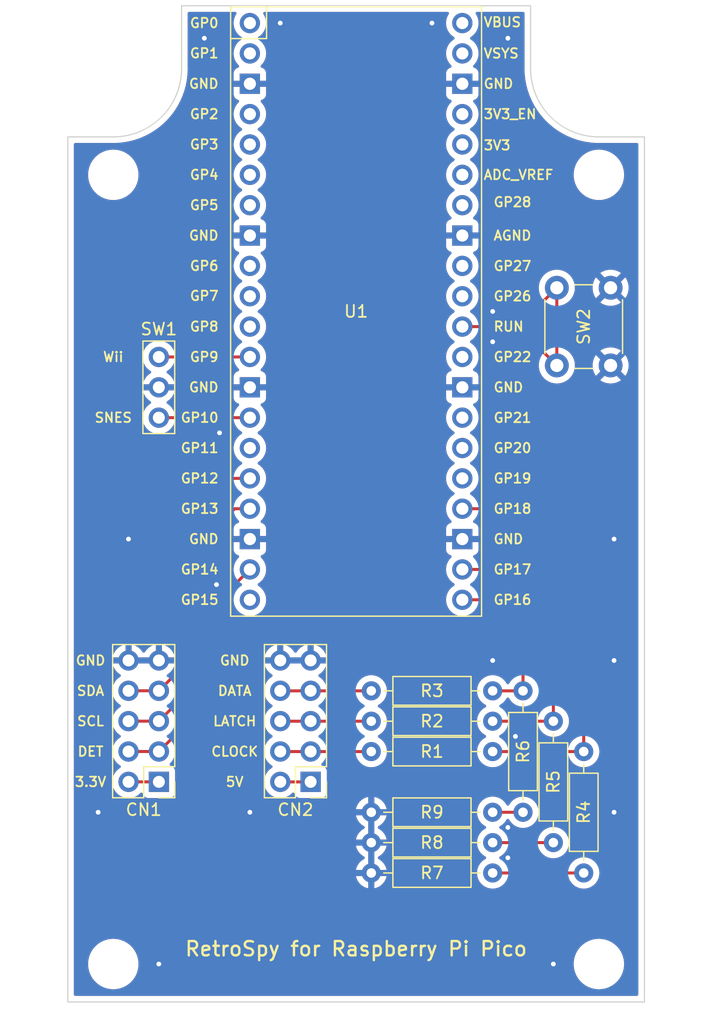
<source format=kicad_pcb>
(kicad_pcb (version 20211014) (generator pcbnew)
  (layers (0 "F.Cu" signal) (31 "B.Cu" signal) (34 "B.Paste" user) (35 "F.Paste" user) (36 "B.SilkS" user "B.Silkscreen") (37 "F.SilkS" user "F.Silkscreen") (38 "B.Mask" user) (39 "F.Mask" user) (44 "Edge.Cuts" user))
  (net 0 "")
  (net 1 "GND")
  (net 9 "Net-(SW1-Pad1)")
  (net 20 "Net-(CN1-Pad1)")
  (net 21 "Net-(R1-Pad2)")
  (net 22 "Net-(CN1-Pad3)")
  (net 23 "Net-(R2-Pad2)")
  (net 24 "Net-(CN1-Pad5)")
  (net 25 "Net-(R3-Pad2)")
  (net 26 "Net-(R4-Pad2)")
  (net 27 "Net-(R5-Pad2)")
  (net 28 "Net-(R6-Pad2)")
  (net 31 "Net-(CN1-Pad7)")
  (net 32 "Net-(CN2-Pad1)")
  (net 33 "Net-(CN2-Pad3)")
  (net 37 "Net-(CN2-Pad5)")
  (net 38 "Net-(CN2-Pad7)")
  (net 39 "Net-(SW1-Pad3)")
  (net 40 "Net-(SW2-Pad1)")
  (footprint "Button_Switch_THT:SW_PUSH_6mm" (layer "F.Cu") (at 152.69 69.29 90)
    (fp_text reference "SW2" (at 3.25 2.25 90) (layer "F.SilkS"))
    (fp_text value "SW_Push")
    (fp_line (start 5.5 -1) (end 1 -1) (layer "F.SilkS") (width 0.12))
    (fp_line (start 1 5.5) (end 5.5 5.5) (layer "F.SilkS") (width 0.12))
    (fp_line (start 6.75 3) (end 6.75 1.5) (layer "F.SilkS") (width 0.12))
    (fp_line (start -0.25 1.5) (end -0.25 3) (layer "F.SilkS") (width 0.12))
    (pad "1" thru_hole circle (at 6.5 0 180) (size 2 2) (drill 1.1) (layers *.Cu *.Mask) (net 40 "Net-(SW2-Pad1)"))
    (pad "1" thru_hole circle (at 0 0 180) (size 2 2) (drill 1.1) (layers *.Cu *.Mask) (net 40 "Net-(SW2-Pad1)"))
    (pad "2" thru_hole circle (at 6.5 4.5 180) (size 2 2) (drill 1.1) (layers *.Cu *.Mask) (net 1 "GND"))
    (pad "2" thru_hole circle (at 0 4.5 180) (size 2 2) (drill 1.1) (layers *.Cu *.Mask) (net 1 "GND"))
  )
  (footprint "Library:R_Axial_DIN0207_L6.3mm_D2.5mm_P10.16mm_Horizontal" (layer "F.Cu") (at 137.16 99.06)
    (fp_text reference "R2" (at 5.08 0) (layer "F.SilkS"))
    (fp_text value "10k")
    (fp_line (start 1.81 1.2) (end 8.35 1.2) (layer "F.SilkS") (width 0.12))
    (fp_line (start 1.81 -1.2) (end 1.81 1.2) (layer "F.SilkS") (width 0.12))
    (fp_line (start 9.12 0) (end 8.35 0) (layer "F.SilkS") (width 0.12))
    (fp_line (start 8.35 1.2) (end 8.35 -1.2) (layer "F.SilkS") (width 0.12))
    (fp_line (start 8.35 -1.2) (end 1.81 -1.2) (layer "F.SilkS") (width 0.12))
    (fp_line (start 1.04 0) (end 1.81 0) (layer "F.SilkS") (width 0.12))
    (pad "1" thru_hole circle (at 0 0) (size 1.6 1.6) (drill 0.8) (layers *.Cu *.Mask) (net 37 "Net-(CN2-Pad5)"))
    (pad "2" thru_hole oval (at 10.16 0) (size 1.6 1.6) (drill 0.8) (layers *.Cu *.Mask) (net 23 "Net-(R2-Pad2)"))
  )
  (footprint "Library:R_Axial_DIN0207_L6.3mm_D2.5mm_P10.16mm_Horizontal" (layer "F.Cu") (at 152.4 99.06 -90)
    (fp_text reference "R5" (at 5.08 0 -90) (layer "F.SilkS"))
    (fp_text value "10k")
    (fp_line (start 1.81 -1.2) (end 1.81 1.2) (layer "F.SilkS") (width 0.12))
    (fp_line (start 8.35 -1.2) (end 1.81 -1.2) (layer "F.SilkS") (width 0.12))
    (fp_line (start 1.81 1.2) (end 8.35 1.2) (layer "F.SilkS") (width 0.12))
    (fp_line (start 9.12 0) (end 8.35 0) (layer "F.SilkS") (width 0.12))
    (fp_line (start 8.35 1.2) (end 8.35 -1.2) (layer "F.SilkS") (width 0.12))
    (fp_line (start 1.04 0) (end 1.81 0) (layer "F.SilkS") (width 0.12))
    (pad "1" thru_hole circle (at 0 0 270) (size 1.6 1.6) (drill 0.8) (layers *.Cu *.Mask) (net 23 "Net-(R2-Pad2)"))
    (pad "2" thru_hole oval (at 10.16 0 270) (size 1.6 1.6) (drill 0.8) (layers *.Cu *.Mask) (net 27 "Net-(R5-Pad2)"))
  )
  (footprint "Library:R_Axial_DIN0207_L6.3mm_D2.5mm_P10.16mm_Horizontal" (layer "F.Cu") (at 147.32 106.68 180)
    (fp_text reference "R9" (at 5.08 0 180) (layer "F.SilkS"))
    (fp_text value "10k")
    (fp_line (start 1.81 1.2) (end 8.35 1.2) (layer "F.SilkS") (width 0.12))
    (fp_line (start 8.35 1.2) (end 8.35 -1.2) (layer "F.SilkS") (width 0.12))
    (fp_line (start 8.35 -1.2) (end 1.81 -1.2) (layer "F.SilkS") (width 0.12))
    (fp_line (start 1.04 0) (end 1.81 0) (layer "F.SilkS") (width 0.12))
    (fp_line (start 9.12 0) (end 8.35 0) (layer "F.SilkS") (width 0.12))
    (fp_line (start 1.81 -1.2) (end 1.81 1.2) (layer "F.SilkS") (width 0.12))
    (pad "1" thru_hole circle (at 0 0 180) (size 1.6 1.6) (drill 0.8) (layers *.Cu *.Mask) (net 28 "Net-(R6-Pad2)"))
    (pad "2" thru_hole oval (at 10.16 0 180) (size 1.6 1.6) (drill 0.8) (layers *.Cu *.Mask) (net 1 "GND"))
  )
  (footprint "Library:R_Axial_DIN0207_L6.3mm_D2.5mm_P10.16mm_Horizontal" (layer "F.Cu") (at 147.32 109.22 180)
    (fp_text reference "R8" (at 5.08 0 180) (layer "F.SilkS"))
    (fp_text value "10k")
    (fp_line (start 1.81 -1.2) (end 1.81 1.2) (layer "F.SilkS") (width 0.12))
    (fp_line (start 1.81 1.2) (end 8.35 1.2) (layer "F.SilkS") (width 0.12))
    (fp_line (start 8.35 1.2) (end 8.35 -1.2) (layer "F.SilkS") (width 0.12))
    (fp_line (start 8.35 -1.2) (end 1.81 -1.2) (layer "F.SilkS") (width 0.12))
    (fp_line (start 1.04 0) (end 1.81 0) (layer "F.SilkS") (width 0.12))
    (fp_line (start 9.12 0) (end 8.35 0) (layer "F.SilkS") (width 0.12))
    (pad "1" thru_hole circle (at 0 0 180) (size 1.6 1.6) (drill 0.8) (layers *.Cu *.Mask) (net 27 "Net-(R5-Pad2)"))
    (pad "2" thru_hole oval (at 10.16 0 180) (size 1.6 1.6) (drill 0.8) (layers *.Cu *.Mask) (net 1 "GND"))
  )
  (footprint "MountingHole:MountingHole_3.2mm_M3" (layer "F.Cu") (at 156.21 53.34)
    (fp_text reference "REF**" hide)
    (fp_text value "MountingHole_3.2mm_M3")
    (pad "" np_thru_hole circle (at 0 0) (size 3.2 3.2) (drill 3.2) (layers F&B.Cu *.Mask))
  )
  (footprint "Library:R_Axial_DIN0207_L6.3mm_D2.5mm_P10.16mm_Horizontal" (layer "F.Cu") (at 154.94 101.6 -90)
    (fp_text reference "R4" (at 5.08 0 -90) (layer "F.SilkS"))
    (fp_text value "10k")
    (fp_line (start 9.12 0) (end 8.35 0) (layer "F.SilkS") (width 0.12))
    (fp_line (start 1.04 0) (end 1.81 0) (layer "F.SilkS") (width 0.12))
    (fp_line (start 1.81 1.2) (end 8.35 1.2) (layer "F.SilkS") (width 0.12))
    (fp_line (start 8.35 1.2) (end 8.35 -1.2) (layer "F.SilkS") (width 0.12))
    (fp_line (start 1.81 -1.2) (end 1.81 1.2) (layer "F.SilkS") (width 0.12))
    (fp_line (start 8.35 -1.2) (end 1.81 -1.2) (layer "F.SilkS") (width 0.12))
    (pad "1" thru_hole circle (at 0 0 270) (size 1.6 1.6) (drill 0.8) (layers *.Cu *.Mask) (net 21 "Net-(R1-Pad2)"))
    (pad "2" thru_hole oval (at 10.16 0 270) (size 1.6 1.6) (drill 0.8) (layers *.Cu *.Mask) (net 26 "Net-(R4-Pad2)"))
  )
  (footprint "Library:RPi_Pico_SMD_TH" (layer "F.Cu") (at 135.89 64.77)
    (fp_text reference "U1" (at 0 0) (layer "F.SilkS"))
    (fp_text value "Raspberry Pi Pico")
    (fp_text user "GP15" (at -11.43 24.13) (layer "F.SilkS") (effects (font (size 0.8 0.8)) (justify right)))
    (fp_text user "3V3_EN" (at 10.6 -16.51) (layer "F.SilkS") (effects (font (size 0.8 0.8)) (justify left)))
    (fp_text user "GND" (at -11.43 19.05) (layer "F.SilkS") (effects (font (size 0.8 0.8)) (justify right)))
    (fp_text user "GND" (at -11.43 6.35) (layer "F.SilkS") (effects (font (size 0.8 0.8)) (justify right)))
    (fp_text user "3V3" (at 10.6 -13.9) (layer "F.SilkS") (effects (font (size 0.8 0.8)) (justify left)))
    (fp_text user "GP28" (at 11.43 -9.144) (layer "F.SilkS") (effects (font (size 0.8 0.8)) (justify left)))
    (fp_text user "VSYS" (at 10.6 -21.59) (layer "F.SilkS") (effects (font (size 0.8 0.8)) (justify left)))
    (fp_text user "GP4" (at -11.43 -11.43) (layer "F.SilkS") (effects (font (size 0.8 0.8)) (justify right)))
    (fp_text user "AGND" (at 11.43 -6.35) (layer "F.SilkS") (effects (font (size 0.8 0.8)) (justify left)))
    (fp_text user "GP6" (at -11.43 -3.81) (layer "F.SilkS") (effects (font (size 0.8 0.8)) (justify right)))
    (fp_text user "RUN" (at 11.43 1.27) (layer "F.SilkS") (effects (font (size 0.8 0.8)) (justify left)))
    (fp_text user "ADC_VREF" (at 10.6 -11.43) (layer "F.SilkS") (effects (font (size 0.8 0.8)) (justify left)))
    (fp_text user "GP11" (at -11.43 11.43) (layer "F.SilkS") (effects (font (size 0.8 0.8)) (justify right)))
    (fp_text user "GND" (at 11.43 6.35) (layer "F.SilkS") (effects (font (size 0.8 0.8)) (justify left)))
    (fp_text user "GP19" (at 11.43 13.97) (layer "F.SilkS") (effects (font (size 0.8 0.8)) (justify left)))
    (fp_text user "GP1" (at -11.43 -21.6) (layer "F.SilkS") (effects (font (size 0.8 0.8)) (justify right)))
    (fp_text user "GP8" (at -11.43 1.27) (layer "F.SilkS") (effects (font (size 0.8 0.8)) (justify right)))
    (fp_text user "VBUS" (at 10.6 -24.2) (layer "F.SilkS") (effects (font (size 0.8 0.8)) (justify left)))
    (fp_text user "GND" (at 10.6 -19.05) (layer "F.SilkS") (effects (font (size 0.8 0.8)) (justify left)))
    (fp_text user "GP27" (at 11.43 -3.8) (layer "F.SilkS") (effects (font (size 0.8 0.8)) (justify left)))
    (fp_text user "GP2" (at -11.43 -16.51) (layer "F.SilkS") (effects (font (size 0.8 0.8)) (justify right)))
    (fp_text user "GP12" (at -11.43 13.97) (layer "F.SilkS") (effects (font (size 0.8 0.8)) (justify right)))
    (fp_text user "GP16" (at 11.43 24.13) (layer "F.SilkS") (effects (font (size 0.8 0.8)) (justify left)))
    (fp_text user "GND" (at -11.43 -19.05) (layer "F.SilkS") (effects (font (size 0.8 0.8)) (justify right)))
    (fp_text user "GP10" (at -11.43 8.89) (layer "F.SilkS") (effects (font (size 0.8 0.8)) (justify right)))
    (fp_text user "GND" (at 11.43 19.05) (layer "F.SilkS") (effects (font (size 0.8 0.8)) (justify left)))
    (fp_text user "GP26" (at 11.43 -1.27) (layer "F.SilkS") (effects (font (size 0.8 0.8)) (justify left)))
    (fp_text user "GP17" (at 11.43 21.59) (layer "F.SilkS") (effects (font (size 0.8 0.8)) (justify left)))
    (fp_text user "GP20" (at 11.43 11.43) (layer "F.SilkS") (effects (font (size 0.8 0.8)) (justify left)))
    (fp_text user "GP14" (at -11.43 21.59) (layer "F.SilkS") (effects (font (size 0.8 0.8)) (justify right)))
    (fp_text user "GP3" (at -11.43 -13.97) (layer "F.SilkS") (effects (font (size 0.8 0.8)) (justify right)))
    (fp_text user "GP7" (at -11.43 -1.3) (layer "F.SilkS") (effects (font (size 0.8 0.8)) (justify right)))
    (fp_text user "GP5" (at -11.43 -8.89) (layer "F.SilkS") (effects (font (size 0.8 0.8)) (justify right)))
    (fp_text user "GP9" (at -11.43 3.81) (layer "F.SilkS") (effects (font (size 0.8 0.8)) (justify right)))
    (fp_text user "GP21" (at 11.43 8.9) (layer "F.SilkS") (effects (font (size 0.8 0.8)) (justify left)))
    (fp_text user "GP18" (at 11.43 16.51) (layer "F.SilkS") (effects (font (size 0.8 0.8)) (justify left)))
    (fp_text user "GP13" (at -11.43 16.51) (layer "F.SilkS") (effects (font (size 0.8 0.8)) (justify right)))
    (fp_text user "GP0" (at -11.43 -24.13) (layer "F.SilkS") (effects (font (size 0.8 0.8)) (justify right)))
    (fp_text user "GP22" (at 11.43 3.81) (layer "F.SilkS") (effects (font (size 0.8 0.8)) (justify left)))
    (fp_text user "GND" (at -11.43 -6.35) (layer "F.SilkS") (effects (font (size 0.8 0.8)) (justify right)))
    (fp_line (start -10.5 -22.833) (end -7.493 -22.833) (layer "F.SilkS") (width 0.12))
    (fp_line (start -10.5 -25.5) (end -10.5 25.5) (layer "F.SilkS") (width 0.12))
    (fp_line (start 10.5 25.5) (end -10.5 25.5) (layer "F.SilkS") (width 0.12))
    (fp_line (start 10.5 -25.5) (end 10.5 25.5) (layer "F.SilkS") (width 0.12))
    (fp_line (start -10.5 -25.5) (end 10.5 -25.5) (layer "F.SilkS") (width 0.12))
    (fp_line (start -7.493 -22.833) (end -7.493 -25.5) (layer "F.SilkS") (width 0.12))
    (pad "1" thru_hole oval (at -8.89 -24.13) (size 1.7 1.7) (drill 1.02) (layers *.Cu *.Mask))
    (pad "2" thru_hole oval (at -8.89 -21.59) (size 1.7 1.7) (drill 1.02) (layers *.Cu *.Mask))
    (pad "3" thru_hole rect (at -8.89 -19.05) (size 1.7 1.7) (drill 1.02) (layers *.Cu *.Mask) (net 1 "GND"))
    (pad "4" thru_hole oval (at -8.89 -16.51) (size 1.7 1.7) (drill 1.02) (layers *.Cu *.Mask))
    (pad "5" thru_hole oval (at -8.89 -13.97) (size 1.7 1.7) (drill 1.02) (layers *.Cu *.Mask))
    (pad "6" thru_hole oval (at -8.89 -11.43) (size 1.7 1.7) (drill 1.02) (layers *.Cu *.Mask))
    (pad "7" thru_hole oval (at -8.89 -8.89) (size 1.7 1.7) (drill 1.02) (layers *.Cu *.Mask))
    (pad "8" thru_hole rect (at -8.89 -6.35) (size 1.7 1.7) (drill 1.02) (layers *.Cu *.Mask) (net 1 "GND"))
    (pad "9" thru_hole oval (at -8.89 -3.81) (size 1.7 1.7) (drill 1.02) (layers *.Cu *.Mask))
    (pad "10" thru_hole oval (at -8.89 -1.27) (size 1.7 1.7) (drill 1.02) (layers *.Cu *.Mask))
    (pad "11" thru_hole oval (at -8.89 1.27) (size 1.7 1.7) (drill 1.02) (layers *.Cu *.Mask))
    (pad "12" thru_hole oval (at -8.89 3.81) (size 1.7 1.7) (drill 1.02) (layers *.Cu *.Mask) (net 9 "Net-(SW1-Pad1)"))
    (pad "13" thru_hole rect (at -8.89 6.35) (size 1.7 1.7) (drill 1.02) (layers *.Cu *.Mask) (net 1 "GND"))
    (pad "14" thru_hole oval (at -8.89 8.89) (size 1.7 1.7) (drill 1.02) (layers *.Cu *.Mask) (net 39 "Net-(SW1-Pad3)"))
    (pad "15" thru_hole oval (at -8.89 11.43) (size 1.7 1.7) (drill 1.02) (layers *.Cu *.Mask))
    (pad "16" thru_hole oval (at -8.89 13.97) (size 1.7 1.7) (drill 1.02) (layers *.Cu *.Mask) (net 31 "Net-(CN1-Pad7)"))
    (pad "17" thru_hole oval (at -8.89 16.51) (size 1.7 1.7) (drill 1.02) (layers *.Cu *.Mask) (net 24 "Net-(CN1-Pad5)"))
    (pad "18" thru_hole rect (at -8.89 19.05) (size 1.7 1.7) (drill 1.02) (layers *.Cu *.Mask) (net 1 "GND"))
    (pad "19" thru_hole oval (at -8.89 21.59) (size 1.7 1.7) (drill 1.02) (layers *.Cu *.Mask) (net 22 "Net-(CN1-Pad3)"))
    (pad "20" thru_hole oval (at -8.89 24.13) (size 1.7 1.7) (drill 1.02) (layers *.Cu *.Mask))
    (pad "21" thru_hole oval (at 8.89 24.13) (size 1.7 1.7) (drill 1.02) (layers *.Cu *.Mask) (net 25 "Net-(R3-Pad2)"))
    (pad "22" thru_hole oval (at 8.89 21.59) (size 1.7 1.7) (drill 1.02) (layers *.Cu *.Mask) (net 23 "Net-(R2-Pad2)"))
    (pad "23" thru_hole rect (at 8.89 19.05) (size 1.7 1.7) (drill 1.02) (layers *.Cu *.Mask) (net 1 "GND"))
    (pad "24" thru_hole oval (at 8.89 16.51) (size 1.7 1.7) (drill 1.02) (layers *.Cu *.Mask) (net 21 "Net-(R1-Pad2)"))
    (pad "25" thru_hole oval (at 8.89 13.97) (size 1.7 1.7) (drill 1.02) (layers *.Cu *.Mask))
    (pad "26" thru_hole oval (at 8.89 11.43) (size 1.7 1.7) (drill 1.02) (layers *.Cu *.Mask))
    (pad "27" thru_hole oval (at 8.89 8.89) (size 1.7 1.7) (drill 1.02) (layers *.Cu *.Mask))
    (pad "28" thru_hole rect (at 8.89 6.35) (size 1.7 1.7) (drill 1.02) (layers *.Cu *.Mask) (net 1 "GND"))
    (pad "29" thru_hole oval (at 8.89 3.81) (size 1.7 1.7) (drill 1.02) (layers *.Cu *.Mask))
    (pad "30" thru_hole oval (at 8.89 1.27) (size 1.7 1.7) (drill 1.02) (layers *.Cu *.Mask) (net 40 "Net-(SW2-Pad1)"))
    (pad "31" thru_hole oval (at 8.89 -1.27) (size 1.7 1.7) (drill 1.02) (layers *.Cu *.Mask))
    (pad "32" thru_hole oval (at 8.89 -3.81) (size 1.7 1.7) (drill 1.02) (layers *.Cu *.Mask))
    (pad "33" thru_hole rect (at 8.89 -6.35) (size 1.7 1.7) (drill 1.02) (layers *.Cu *.Mask) (net 1 "GND"))
    (pad "34" thru_hole oval (at 8.89 -8.89) (size 1.7 1.7) (drill 1.02) (layers *.Cu *.Mask))
    (pad "35" thru_hole oval (at 8.89 -11.43) (size 1.7 1.7) (drill 1.02) (layers *.Cu *.Mask))
    (pad "36" thru_hole oval (at 8.89 -13.97) (size 1.7 1.7) (drill 1.02) (layers *.Cu *.Mask))
    (pad "37" thru_hole oval (at 8.89 -16.51) (size 1.7 1.7) (drill 1.02) (layers *.Cu *.Mask))
    (pad "38" thru_hole rect (at 8.89 -19.05) (size 1.7 1.7) (drill 1.02) (layers *.Cu *.Mask) (net 1 "GND"))
    (pad "39" thru_hole oval (at 8.89 -21.59) (size 1.7 1.7) (drill 1.02) (layers *.Cu *.Mask))
    (pad "40" thru_hole oval (at 8.89 -24.13) (size 1.7 1.7) (drill 1.02) (layers *.Cu *.Mask))
  )
  (footprint "MountingHole:MountingHole_3.2mm_M3" (layer "F.Cu") (at 115.57 119.38)
    (fp_text reference "REF**" hide)
    (fp_text value "MountingHole_3.2mm_M3")
    (pad "" np_thru_hole circle (at 0 0) (size 3.2 3.2) (drill 3.2) (layers F&B.Cu *.Mask))
  )
  (footprint "MountingHole:MountingHole_3.2mm_M3" (layer "F.Cu") (at 156.21 119.38)
    (fp_text reference "REF**" hide)
    (fp_text value "MountingHole_3.2mm_M3")
    (pad "" np_thru_hole circle (at 0 0) (size 3.2 3.2) (drill 3.2) (layers F&B.Cu *.Mask))
  )
  (footprint "Connector_PinHeader_2.54mm:PinHeader_2x05_P2.54mm_Vertical" (layer "F.Cu") (at 132.085 104.135 180)
    (fp_text reference "CN2" (at 1.27 -2.33) (layer "F.SilkS"))
    (fp_text value "Conn_02x05_Row_Letter_First")
    (fp_line (start 1.27 -1.33) (end 3.87 -1.33) (layer "F.SilkS") (width 0.12))
    (fp_line (start -1.33 0) (end -1.33 -1.33) (layer "F.SilkS") (width 0.12))
    (fp_line (start -1.33 1.27) (end -1.33 11.49) (layer "F.SilkS") (width 0.12))
    (fp_line (start -1.33 1.27) (end 1.27 1.27) (layer "F.SilkS") (width 0.12))
    (fp_line (start 3.87 -1.33) (end 3.87 11.49) (layer "F.SilkS") (width 0.12))
    (fp_line (start -1.33 11.49) (end 3.87 11.49) (layer "F.SilkS") (width 0.12))
    (fp_line (start 1.27 1.27) (end 1.27 -1.33) (layer "F.SilkS") (width 0.12))
    (fp_line (start -1.33 -1.33) (end 0 -1.33) (layer "F.SilkS") (width 0.12))
    (pad "1" thru_hole rect (at 0 0 180) (size 1.7 1.7) (drill 1) (layers *.Cu *.Mask) (net 32 "Net-(CN2-Pad1)"))
    (pad "2" thru_hole oval (at 2.54 0 180) (size 1.7 1.7) (drill 1) (layers *.Cu *.Mask) (net 32 "Net-(CN2-Pad1)"))
    (pad "3" thru_hole oval (at 0 2.54 180) (size 1.7 1.7) (drill 1) (layers *.Cu *.Mask) (net 33 "Net-(CN2-Pad3)"))
    (pad "4" thru_hole oval (at 2.54 2.54 180) (size 1.7 1.7) (drill 1) (layers *.Cu *.Mask) (net 33 "Net-(CN2-Pad3)"))
    (pad "5" thru_hole oval (at 0 5.08 180) (size 1.7 1.7) (drill 1) (layers *.Cu *.Mask) (net 37 "Net-(CN2-Pad5)"))
    (pad "6" thru_hole oval (at 2.54 5.08 180) (size 1.7 1.7) (drill 1) (layers *.Cu *.Mask) (net 37 "Net-(CN2-Pad5)"))
    (pad "7" thru_hole oval (at 0 7.62 180) (size 1.7 1.7) (drill 1) (layers *.Cu *.Mask) (net 38 "Net-(CN2-Pad7)"))
    (pad "8" thru_hole oval (at 2.54 7.62 180) (size 1.7 1.7) (drill 1) (layers *.Cu *.Mask) (net 38 "Net-(CN2-Pad7)"))
    (pad "9" thru_hole oval (at 0 10.16 180) (size 1.7 1.7) (drill 1) (layers *.Cu *.Mask) (net 1 "GND"))
    (pad "10" thru_hole oval (at 2.54 10.16 180) (size 1.7 1.7) (drill 1) (layers *.Cu *.Mask) (net 1 "GND"))
  )
  (footprint "Library:PinHeader_1x03_P2.54mm_Vertical" (layer "F.Cu") (at 119.38 68.58)
    (fp_text reference "SW1" (at 0 -2.33) (layer "F.SilkS"))
    (fp_text value "SW_SPDT")
    (fp_line (start -1.33 -1.33) (end -1.33 6.41) (layer "F.SilkS") (width 0.12))
    (fp_line (start -1.33 -1.33) (end 1.33 -1.33) (layer "F.SilkS") (width 0.12))
    (fp_line (start -1.33 6.41) (end 1.33 6.41) (layer "F.SilkS") (width 0.12))
    (fp_line (start 1.33 -1.33) (end 1.33 6.41) (layer "F.SilkS") (width 0.12))
    (pad "1" thru_hole oval (at 0 0) (size 1.7 1.7) (drill 1) (layers *.Cu *.Mask) (net 9 "Net-(SW1-Pad1)"))
    (pad "2" thru_hole oval (at 0 2.54) (size 1.7 1.7) (drill 1) (layers *.Cu *.Mask) (net 1 "GND"))
    (pad "3" thru_hole oval (at 0 5.08) (size 1.7 1.7) (drill 1) (layers *.Cu *.Mask) (net 39 "Net-(SW1-Pad3)"))
  )
  (footprint "Library:R_Axial_DIN0207_L6.3mm_D2.5mm_P10.16mm_Horizontal" (layer "F.Cu") (at 149.86 96.52 -90)
    (fp_text reference "R6" (at 5.08 0 -90) (layer "F.SilkS"))
    (fp_text value "10k")
    (fp_line (start 8.35 -1.2) (end 1.81 -1.2) (layer "F.SilkS") (width 0.12))
    (fp_line (start 9.12 0) (end 8.35 0) (layer "F.SilkS") (width 0.12))
    (fp_line (start 8.35 1.2) (end 8.35 -1.2) (layer "F.SilkS") (width 0.12))
    (fp_line (start 1.04 0) (end 1.81 0) (layer "F.SilkS") (width 0.12))
    (fp_line (start 1.81 -1.2) (end 1.81 1.2) (layer "F.SilkS") (width 0.12))
    (fp_line (start 1.81 1.2) (end 8.35 1.2) (layer "F.SilkS") (width 0.12))
    (pad "1" thru_hole circle (at 0 0 270) (size 1.6 1.6) (drill 0.8) (layers *.Cu *.Mask) (net 25 "Net-(R3-Pad2)"))
    (pad "2" thru_hole oval (at 10.16 0 270) (size 1.6 1.6) (drill 0.8) (layers *.Cu *.Mask) (net 28 "Net-(R6-Pad2)"))
  )
  (footprint "Library:R_Axial_DIN0207_L6.3mm_D2.5mm_P10.16mm_Horizontal" (layer "F.Cu") (at 137.16 101.6)
    (fp_text reference "R1" (at 5.08 0) (layer "F.SilkS"))
    (fp_text value "10k")
    (fp_line (start 9.12 0) (end 8.35 0) (layer "F.SilkS") (width 0.12))
    (fp_line (start 1.04 0) (end 1.81 0) (layer "F.SilkS") (width 0.12))
    (fp_line (start 1.81 -1.2) (end 1.81 1.2) (layer "F.SilkS") (width 0.12))
    (fp_line (start 1.81 1.2) (end 8.35 1.2) (layer "F.SilkS") (width 0.12))
    (fp_line (start 8.35 1.2) (end 8.35 -1.2) (layer "F.SilkS") (width 0.12))
    (fp_line (start 8.35 -1.2) (end 1.81 -1.2) (layer "F.SilkS") (width 0.12))
    (pad "1" thru_hole circle (at 0 0) (size 1.6 1.6) (drill 0.8) (layers *.Cu *.Mask) (net 33 "Net-(CN2-Pad3)"))
    (pad "2" thru_hole oval (at 10.16 0) (size 1.6 1.6) (drill 0.8) (layers *.Cu *.Mask) (net 21 "Net-(R1-Pad2)"))
  )
  (footprint "Library:R_Axial_DIN0207_L6.3mm_D2.5mm_P10.16mm_Horizontal" (layer "F.Cu") (at 147.32 111.76 180)
    (fp_text reference "R7" (at 5.08 0 180) (layer "F.SilkS"))
    (fp_text value "10k")
    (fp_line (start 1.81 1.2) (end 8.35 1.2) (layer "F.SilkS") (width 0.12))
    (fp_line (start 9.12 0) (end 8.35 0) (layer "F.SilkS") (width 0.12))
    (fp_line (start 1.81 -1.2) (end 1.81 1.2) (layer "F.SilkS") (width 0.12))
    (fp_line (start 8.35 1.2) (end 8.35 -1.2) (layer "F.SilkS") (width 0.12))
    (fp_line (start 8.35 -1.2) (end 1.81 -1.2) (layer "F.SilkS") (width 0.12))
    (fp_line (start 1.04 0) (end 1.81 0) (layer "F.SilkS") (width 0.12))
    (pad "1" thru_hole circle (at 0 0 180) (size 1.6 1.6) (drill 0.8) (layers *.Cu *.Mask) (net 26 "Net-(R4-Pad2)"))
    (pad "2" thru_hole oval (at 10.16 0 180) (size 1.6 1.6) (drill 0.8) (layers *.Cu *.Mask) (net 1 "GND"))
  )
  (footprint "Library:R_Axial_DIN0207_L6.3mm_D2.5mm_P10.16mm_Horizontal" (layer "F.Cu") (at 137.16 96.52)
    (fp_text reference "R3" (at 5.08 0) (layer "F.SilkS"))
    (fp_text value "10k")
    (fp_line (start 1.81 1.2) (end 8.35 1.2) (layer "F.SilkS") (width 0.12))
    (fp_line (start 1.04 0) (end 1.81 0) (layer "F.SilkS") (width 0.12))
    (fp_line (start 8.35 1.2) (end 8.35 -1.2) (layer "F.SilkS") (width 0.12))
    (fp_line (start 9.12 0) (end 8.35 0) (layer "F.SilkS") (width 0.12))
    (fp_line (start 1.81 -1.2) (end 1.81 1.2) (layer "F.SilkS") (width 0.12))
    (fp_line (start 8.35 -1.2) (end 1.81 -1.2) (layer "F.SilkS") (width 0.12))
    (pad "1" thru_hole circle (at 0 0) (size 1.6 1.6) (drill 0.8) (layers *.Cu *.Mask) (net 38 "Net-(CN2-Pad7)"))
    (pad "2" thru_hole oval (at 10.16 0) (size 1.6 1.6) (drill 0.8) (layers *.Cu *.Mask) (net 25 "Net-(R3-Pad2)"))
  )
  (footprint "MountingHole:MountingHole_3.2mm_M3" (layer "F.Cu") (at 115.57 53.34)
    (fp_text reference "REF**" hide)
    (fp_text value "MountingHole_3.2mm_M3")
    (pad "" np_thru_hole circle (at 0 0) (size 3.2 3.2) (drill 3.2) (layers *.Cu *.Mask))
  )
  (footprint "Connector_PinHeader_2.54mm:PinHeader_2x05_P2.54mm_Vertical" (layer "F.Cu") (at 119.385 104.135 180)
    (fp_text reference "CN1" (at 1.27 -2.33) (layer "F.SilkS"))
    (fp_text value "Conn_02x05_Row_Letter_First")
    (fp_line (start -1.33 11.49) (end 3.87 11.49) (layer "F.SilkS") (width 0.12))
    (fp_line (start -1.33 -1.33) (end 0 -1.33) (layer "F.SilkS") (width 0.12))
    (fp_line (start -1.33 1.27) (end -1.33 11.49) (layer "F.SilkS") (width 0.12))
    (fp_line (start -1.33 0) (end -1.33 -1.33) (layer "F.SilkS") (width 0.12))
    (fp_line (start -1.33 1.27) (end 1.27 1.27) (layer "F.SilkS") (width 0.12))
    (fp_line (start 1.27 1.27) (end 1.27 -1.33) (layer "F.SilkS") (width 0.12))
    (fp_line (start 3.87 -1.33) (end 3.87 11.49) (layer "F.SilkS") (width 0.12))
    (fp_line (start 1.27 -1.33) (end 3.87 -1.33) (layer "F.SilkS") (width 0.12))
    (pad "1" thru_hole rect (at 0 0 180) (size 1.7 1.7) (drill 1) (layers *.Cu *.Mask) (net 20 "Net-(CN1-Pad1)"))
    (pad "2" thru_hole oval (at 2.54 0 180) (size 1.7 1.7) (drill 1) (layers *.Cu *.Mask) (net 20 "Net-(CN1-Pad1)"))
    (pad "3" thru_hole oval (at 0 2.54 180) (size 1.7 1.7) (drill 1) (layers *.Cu *.Mask) (net 22 "Net-(CN1-Pad3)"))
    (pad "4" thru_hole oval (at 2.54 2.54 180) (size 1.7 1.7) (drill 1) (layers *.Cu *.Mask) (net 22 "Net-(CN1-Pad3)"))
    (pad "5" thru_hole oval (at 0 5.08 180) (size 1.7 1.7) (drill 1) (layers *.Cu *.Mask) (net 24 "Net-(CN1-Pad5)"))
    (pad "6" thru_hole oval (at 2.54 5.08 180) (size 1.7 1.7) (drill 1) (layers *.Cu *.Mask) (net 24 "Net-(CN1-Pad5)"))
    (pad "7" thru_hole oval (at 0 7.62 180) (size 1.7 1.7) (drill 1) (layers *.Cu *.Mask) (net 31 "Net-(CN1-Pad7)"))
    (pad "8" thru_hole oval (at 2.54 7.62 180) (size 1.7 1.7) (drill 1) (layers *.Cu *.Mask) (net 31 "Net-(CN1-Pad7)"))
    (pad "9" thru_hole oval (at 0 10.16 180) (size 1.7 1.7) (drill 1) (layers *.Cu *.Mask) (net 1 "GND"))
    (pad "10" thru_hole oval (at 2.54 10.16 180) (size 1.7 1.7) (drill 1) (layers *.Cu *.Mask) (net 1 "GND"))
  )
  (gr_line (start 150.495 44.45) (end 150.495 39.1922) (layer "Edge.Cuts") (width 0.1))
  (gr_line (start 111.76 122.555) (end 160.02 122.555) (layer "Edge.Cuts") (width 0.1))
  (gr_line (start 160.02 122.555) (end 160.02 50.165) (layer "Edge.Cuts") (width 0.1))
  (gr_line (start 115.57 50.165) (end 111.76 50.165) (layer "Edge.Cuts") (width 0.1))
  (gr_arc (start 121.285 44.45) (mid 119.611115 48.491115) (end 115.57 50.165) (layer "Edge.Cuts") (width 0.1))
  (gr_line (start 111.76 50.165) (end 111.76 122.555) (layer "Edge.Cuts") (width 0.1))
  (gr_arc (start 156.21 50.165) (mid 152.168885 48.491115) (end 150.495 44.45) (layer "Edge.Cuts") (width 0.1))
  (gr_line (start 121.285 39.1922) (end 121.285 44.45) (layer "Edge.Cuts") (width 0.1))
  (gr_line (start 150.495 39.1922) (end 121.285 39.1922) (layer "Edge.Cuts") (width 0.1))
  (gr_line (start 160.02 50.165) (end 156.21 50.165) (layer "Edge.Cuts") (width 0.1))
  (gr_text "DATA" (at 125.73 96.52) (layer "F.SilkS") (effects (font (size 0.8 0.8))))
  (gr_text "DET" (at 113.665 101.6) (layer "F.SilkS") (effects (font (size 0.8 0.8))))
  (gr_text "GND" (at 125.73 93.98) (layer "F.SilkS") (effects (font (size 0.8 0.8))))
  (gr_text "LATCH" (at 125.73 99.06) (layer "F.SilkS") (effects (font (size 0.8 0.8))))
  (gr_text "GND" (at 113.665 93.98) (layer "F.SilkS") (effects (font (size 0.8 0.8))))
  (gr_text "SNES" (at 115.57 73.66) (layer "F.SilkS") (effects (font (size 0.8 0.8))))
  (gr_text "SDA" (at 113.665 96.52) (layer "F.SilkS") (effects (font (size 0.8 0.8))))
  (gr_text "3.3V" (at 113.665 104.14) (layer "F.SilkS") (effects (font (size 0.8 0.8))))
  (gr_text "CLOCK" (at 125.73 101.6) (layer "F.SilkS") (effects (font (size 0.8 0.8))))
  (gr_text "SCL" (at 113.665 99.06) (layer "F.SilkS") (effects (font (size 0.8 0.8))))
  (gr_text "RetroSpy for Raspberry Pi Pico" (at 135.89 118.11) (layer "F.SilkS") (effects (font (size 1.2 1.2) (thickness 0.2))))
  (gr_text "5V" (at 125.73 104.14) (layer "F.SilkS") (effects (font (size 0.8 0.8))))
  (gr_text "Wii" (at 115.57 68.58) (layer "F.SilkS") (effects (font (size 0.8 0.8))))
  (via (at 119.38 119.38) (size 0.8) (drill 0.4) (layers "F.Cu" "B.Cu") (net 1))
  (via (at 147.32 64.77) (size 0.8) (drill 0.4) (layers "F.Cu" "B.Cu") (net 1))
  (via (at 149.225 100.33) (size 0.8) (drill 0.4) (layers "F.Cu" "B.Cu") (net 1))
  (via (at 148.59 41.91) (size 0.8) (drill 0.4) (layers "F.Cu" "B.Cu") (net 1))
  (via (at 147.32 67.31) (size 0.8) (drill 0.4) (layers "F.Cu" "B.Cu") (net 1))
  (via (at 142.24 40.64) (size 0.8) (drill 0.4) (layers "F.Cu" "B.Cu") (net 1))
  (via (at 148.59 107.95) (size 0.8) (drill 0.4) (layers "F.Cu" "B.Cu") (net 1))
  (via (at 114.3 106.68) (size 0.8) (drill 0.4) (layers "F.Cu" "B.Cu") (net 1))
  (via (at 129.54 40.64) (size 0.8) (drill 0.4) (layers "F.Cu" "B.Cu") (net 1))
  (via (at 157.48 106.68) (size 0.8) (drill 0.4) (layers "F.Cu" "B.Cu") (net 1))
  (via (at 123.19 41.91) (size 0.8) (drill 0.4) (layers "F.Cu" "B.Cu") (net 1))
  (via (at 116.84 83.82) (size 0.8) (drill 0.4) (layers "F.Cu" "B.Cu") (net 1))
  (via (at 157.48 83.82) (size 0.8) (drill 0.4) (layers "F.Cu" "B.Cu") (net 1))
  (via (at 124.206 87.63) (size 0.8) (drill 0.4) (layers "F.Cu" "B.Cu") (net 1))
  (via (at 127 106.68) (size 0.8) (drill 0.4) (layers "F.Cu" "B.Cu") (net 1))
  (via (at 152.4 119.38) (size 0.8) (drill 0.4) (layers "F.Cu" "B.Cu") (net 1))
  (via (at 157.48 93.98) (size 0.8) (drill 0.4) (layers "F.Cu" "B.Cu") (net 1))
  (via (at 147.32 93.98) (size 0.8) (drill 0.4) (layers "F.Cu" "B.Cu") (net 1))
  (via (at 148.59 110.49) (size 0.8) (drill 0.4) (layers "F.Cu" "B.Cu") (net 1))
  (via (at 124.46 74.93) (size 0.8) (drill 0.4) (layers "F.Cu" "B.Cu") (net 1))
  (segment (start 119.38 68.58) (end 127 68.58) (width 0.25) (layer "F.Cu") (net 9))
  (segment (start 116.845 104.135) (end 119.385 104.135) (width 0.25) (layer "F.Cu") (net 20))
  (segment (start 147.32 101.6) (end 154.94 101.6) (width 0.25) (layer "F.Cu") (net 21))
  (segment (start 144.78 81.28) (end 152.4 81.28) (width 0.25) (layer "F.Cu") (net 21))
  (segment (start 154.94 83.82) (end 154.94 101.6) (width 0.25) (layer "F.Cu") (net 21))
  (segment (start 152.4 81.28) (end 154.94 83.82) (width 0.25) (layer "F.Cu") (net 21))
  (segment (start 124.46 88.9) (end 127 86.36) (width 0.25) (layer "F.Cu") (net 22))
  (segment (start 119.385 101.595) (end 124.46 96.52) (width 0.25) (layer "F.Cu") (net 22))
  (segment (start 116.845 101.595) (end 119.385 101.595) (width 0.25) (layer "F.Cu") (net 22))
  (segment (start 124.46 96.52) (end 124.46 88.9) (width 0.25) (layer "F.Cu") (net 22))
  (segment (start 144.78 86.36) (end 149.86 86.36) (width 0.25) (layer "F.Cu") (net 23))
  (segment (start 149.86 86.36) (end 152.4 88.9) (width 0.25) (layer "F.Cu") (net 23))
  (segment (start 147.32 99.06) (end 152.4 99.06) (width 0.25) (layer "F.Cu") (net 23))
  (segment (start 152.4 88.9) (end 152.4 99.06) (width 0.25) (layer "F.Cu") (net 23))
  (segment (start 127 81.28) (end 125.73 81.28) (width 0.25) (layer "F.Cu") (net 24))
  (segment (start 125.73 81.28) (end 123.19 83.82) (width 0.25) (layer "F.Cu") (net 24))
  (segment (start 119.385 99.055) (end 123.19 95.25) (width 0.25) (layer "F.Cu") (net 24))
  (segment (start 123.19 83.82) (end 123.19 95.25) (width 0.25) (layer "F.Cu") (net 24))
  (segment (start 116.845 99.055) (end 119.385 99.055) (width 0.25) (layer "F.Cu") (net 24))
  (segment (start 147.32 88.9) (end 149.86 91.44) (width 0.25) (layer "F.Cu") (net 25))
  (segment (start 144.78 88.9) (end 147.32 88.9) (width 0.25) (layer "F.Cu") (net 25))
  (segment (start 147.32 96.52) (end 149.86 96.52) (width 0.25) (layer "F.Cu") (net 25))
  (segment (start 149.86 91.44) (end 149.86 96.52) (width 0.25) (layer "F.Cu") (net 25))
  (segment (start 147.32 111.76) (end 154.94 111.76) (width 0.25) (layer "F.Cu") (net 26))
  (segment (start 147.32 109.22) (end 152.4 109.22) (width 0.25) (layer "F.Cu") (net 27))
  (segment (start 147.32 106.68) (end 149.86 106.68) (width 0.25) (layer "F.Cu") (net 28))
  (segment (start 124.46 78.74) (end 121.92 81.28) (width 0.25) (layer "F.Cu") (net 31))
  (segment (start 116.845 96.515) (end 119.385 96.515) (width 0.25) (layer "F.Cu") (net 31))
  (segment (start 121.92 81.28) (end 121.92 93.98) (width 0.25) (layer "F.Cu") (net 31))
  (segment (start 119.385 96.515) (end 121.92 93.98) (width 0.25) (layer "F.Cu") (net 31))
  (segment (start 127 78.74) (end 124.46 78.74) (width 0.25) (layer "F.Cu") (net 31))
  (segment (start 129.54 104.14) (end 132.08 104.14) (width 0.25) (layer "F.Cu") (net 32))
  (segment (start 129.54 101.6) (end 137.16 101.6) (width 0.25) (layer "F.Cu") (net 33))
  (segment (start 129.54 99.06) (end 137.16 99.06) (width 0.25) (layer "F.Cu") (net 37))
  (segment (start 129.54 96.52) (end 137.16 96.52) (width 0.25) (layer "F.Cu") (net 38))
  (segment (start 119.38 73.66) (end 127 73.66) (width 0.25) (layer "F.Cu") (net 39))
  (segment (start 149.44 66.04) (end 152.69 69.29) (width 0.25) (layer "F.Cu") (net 40))
  (segment (start 152.69 62.79) (end 149.44 66.04) (width 0.25) (layer "F.Cu") (net 40))
  (segment (start 152.69 69.29) (end 152.69 62.79) (width 0.25) (layer "F.Cu") (net 40))
  (segment (start 144.78 66.04) (end 149.44 66.04) (width 0.25) (layer "F.Cu") (net 40))
  (zone (net 1) (net_name "GND") (layers F&B.Cu) (connect_pads (clearance 0.508)) (min_thickness 0.254) (fill yes (thermal_gap 0.508) (thermal_bridge_width 0.508))
    (polygon (pts (xy 160.02 122.555) (xy 111.76 122.555) (xy 111.76 39.1922) (xy 160.02 39.1922)))
  )
)
</source>
